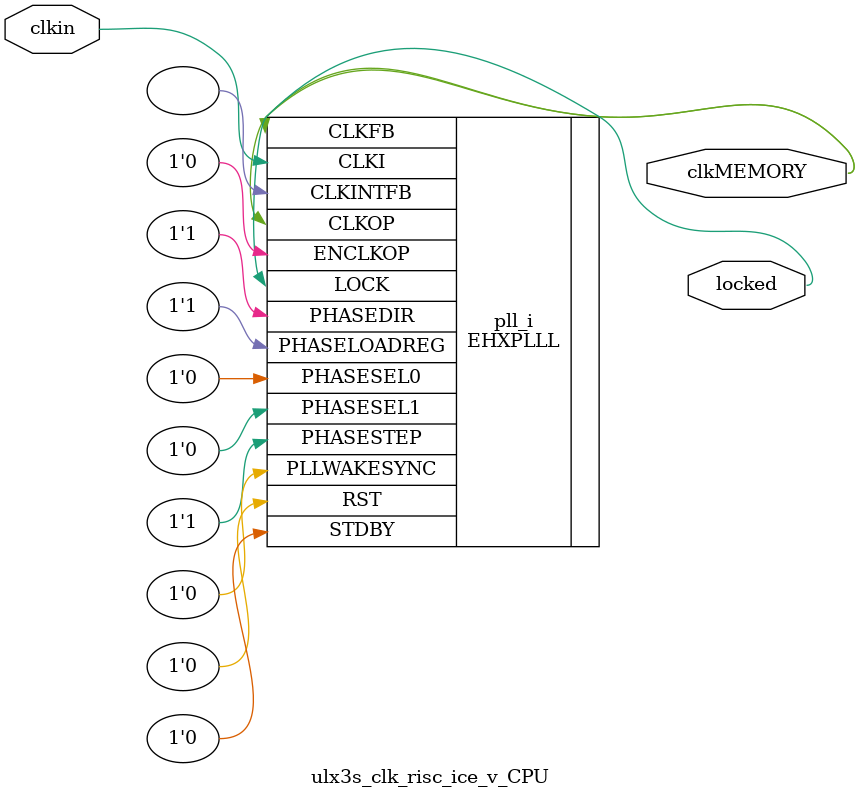
<source format=v>
module ulx3s_clk_risc_ice_v_CPU
(
    input clkin,         // 25 MHz, 0 deg
    output  clkMEMORY,   // 50 MHz, 0 deg       // MEMORY CONTROLLER - BRAM
    output  locked
);
(* FREQUENCY_PIN_CLKI="25" *)
(* FREQUENCY_PIN_CLKOP="50" *)
(* FREQUENCY_PIN_CLKOS="25" *)
(* FREQUENCY_PIN_CLKOS2="50" *)
(* FREQUENCY_PIN_CLKOS3="50" *)
(* ICP_CURRENT="12" *) (* LPF_RESISTOR="8" *) (* MFG_ENABLE_FILTEROPAMP="1" *) (* MFG_GMCREF_SEL="2" *)
EHXPLLL #(
        .PLLRST_ENA("DISABLED"),
        .INTFB_WAKE("DISABLED"),
        .STDBY_ENABLE("DISABLED"),
        .DPHASE_SOURCE("DISABLED"),
        .OUTDIVIDER_MUXA("DIVA"),
        .OUTDIVIDER_MUXB("DIVB"),
        .OUTDIVIDER_MUXC("DIVC"),
        .OUTDIVIDER_MUXD("DIVD"),
        .CLKI_DIV(1),
        .CLKOP_ENABLE("ENABLED"),
        .CLKOP_DIV(12),
        .CLKOP_CPHASE(5),
        .CLKOP_FPHASE(0),
        .FEEDBK_PATH("CLKOP"),
        .CLKFB_DIV(2)
    ) pll_i (
        .RST(1'b0),
        .STDBY(1'b0),
        .CLKI(clkin),
        .CLKOP(clkMEMORY),
        .CLKFB(clkMEMORY),
        .CLKINTFB(),
        .PHASESEL0(1'b0),
        .PHASESEL1(1'b0),
        .PHASEDIR(1'b1),
        .PHASESTEP(1'b1),
        .PHASELOADREG(1'b1),
        .PLLWAKESYNC(1'b0),
        .ENCLKOP(1'b0),
        .LOCK(locked)
	);
endmodule

</source>
